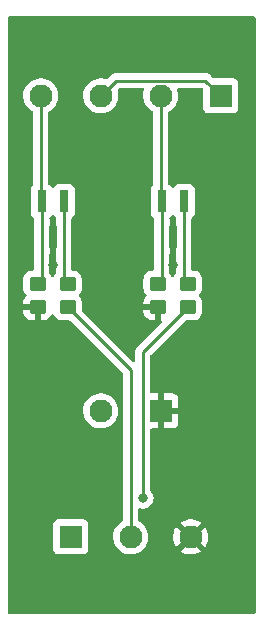
<source format=gtl>
%TF.GenerationSoftware,KiCad,Pcbnew,(6.0.1)*%
%TF.CreationDate,2022-03-17T17:24:26+01:00*%
%TF.ProjectId,Module,4d6f6475-6c65-42e6-9b69-6361645f7063,v01*%
%TF.SameCoordinates,Original*%
%TF.FileFunction,Copper,L1,Top*%
%TF.FilePolarity,Positive*%
%FSLAX46Y46*%
G04 Gerber Fmt 4.6, Leading zero omitted, Abs format (unit mm)*
G04 Created by KiCad (PCBNEW (6.0.1)) date 2022-03-17 17:24:26*
%MOMM*%
%LPD*%
G01*
G04 APERTURE LIST*
G04 Aperture macros list*
%AMRoundRect*
0 Rectangle with rounded corners*
0 $1 Rounding radius*
0 $2 $3 $4 $5 $6 $7 $8 $9 X,Y pos of 4 corners*
0 Add a 4 corners polygon primitive as box body*
4,1,4,$2,$3,$4,$5,$6,$7,$8,$9,$2,$3,0*
0 Add four circle primitives for the rounded corners*
1,1,$1+$1,$2,$3*
1,1,$1+$1,$4,$5*
1,1,$1+$1,$6,$7*
1,1,$1+$1,$8,$9*
0 Add four rect primitives between the rounded corners*
20,1,$1+$1,$2,$3,$4,$5,0*
20,1,$1+$1,$4,$5,$6,$7,0*
20,1,$1+$1,$6,$7,$8,$9,0*
20,1,$1+$1,$8,$9,$2,$3,0*%
G04 Aperture macros list end*
%TA.AperFunction,ComponentPad*%
%ADD10R,1.950000X1.950000*%
%TD*%
%TA.AperFunction,ComponentPad*%
%ADD11C,1.950000*%
%TD*%
%TA.AperFunction,SMDPad,CuDef*%
%ADD12R,0.800000X1.900000*%
%TD*%
%TA.AperFunction,SMDPad,CuDef*%
%ADD13RoundRect,0.249999X-0.450001X0.350001X-0.450001X-0.350001X0.450001X-0.350001X0.450001X0.350001X0*%
%TD*%
%TA.AperFunction,SMDPad,CuDef*%
%ADD14RoundRect,0.249999X0.450001X-0.350001X0.450001X0.350001X-0.450001X0.350001X-0.450001X-0.350001X0*%
%TD*%
%TA.AperFunction,ViaPad*%
%ADD15C,0.800000*%
%TD*%
%TA.AperFunction,Conductor*%
%ADD16C,0.250000*%
%TD*%
G04 APERTURE END LIST*
D10*
%TO.P,J1,1,Pin_1*%
%TO.N,SIG1*%
X142494000Y-94742000D03*
D11*
%TO.P,J1,2,Pin_2*%
%TO.N,SIG2*%
X147574000Y-94742000D03*
%TO.P,J1,3,Pin_3*%
%TO.N,GND*%
X152654000Y-94742000D03*
%TD*%
D10*
%TO.P,J2,1,Pin_1*%
%TO.N,VCC*%
X155194000Y-57404000D03*
D11*
%TO.P,J2,2,Pin_2*%
%TO.N,LED1N*%
X150114000Y-57404000D03*
%TO.P,J2,3,Pin_3*%
%TO.N,VCC*%
X145034000Y-57404000D03*
%TO.P,J2,4,Pin_4*%
%TO.N,LED2N*%
X139954000Y-57404000D03*
%TD*%
D12*
%TO.P,Q1,1,B*%
%TO.N,Net-(Q1-Pad1)*%
X152080000Y-66318000D03*
%TO.P,Q1,2,C*%
%TO.N,LED1N*%
X150180000Y-66318000D03*
%TO.P,Q1,3,E*%
%TO.N,GND*%
X151130000Y-69318000D03*
%TD*%
%TO.P,Q2,1,B*%
%TO.N,Net-(Q2-Pad1)*%
X141920000Y-66318000D03*
%TO.P,Q2,2,C*%
%TO.N,LED2N*%
X140020000Y-66318000D03*
%TO.P,Q2,3,E*%
%TO.N,GND*%
X140970000Y-69318000D03*
%TD*%
D10*
%TO.P,J3,1,Pin_1*%
%TO.N,GND*%
X150114000Y-84074000D03*
D11*
%TO.P,J3,2,Pin_2*%
%TO.N,VCC*%
X145034000Y-84074000D03*
%TD*%
D13*
%TO.P,R2,1*%
%TO.N,Net-(Q2-Pad1)*%
X142220000Y-73295000D03*
%TO.P,R2,2*%
%TO.N,SIG2*%
X142220000Y-75295000D03*
%TD*%
%TO.P,R1,1*%
%TO.N,Net-(Q1-Pad1)*%
X152400000Y-73295000D03*
%TO.P,R1,2*%
%TO.N,SIG1*%
X152400000Y-75295000D03*
%TD*%
%TO.P,R3,1*%
%TO.N,LED1N*%
X149860000Y-73295000D03*
%TO.P,R3,2*%
%TO.N,GND*%
X149860000Y-75295000D03*
%TD*%
D14*
%TO.P,R4,1*%
%TO.N,GND*%
X139680000Y-75295000D03*
%TO.P,R4,2*%
%TO.N,LED2N*%
X139680000Y-73295000D03*
%TD*%
D15*
%TO.N,SIG1*%
X148590000Y-91440000D03*
%TO.N,GND*%
X151130000Y-71755000D03*
X140970000Y-71755000D03*
%TD*%
D16*
%TO.N,Net-(Q1-Pad1)*%
X152080000Y-72975000D02*
X152080000Y-66318000D01*
X152400000Y-73295000D02*
X152080000Y-72975000D01*
%TO.N,Net-(Q2-Pad1)*%
X142220000Y-73295000D02*
X141920000Y-72995000D01*
X141920000Y-72995000D02*
X141920000Y-66318000D01*
X142220000Y-73295000D02*
X142605000Y-73295000D01*
%TO.N,SIG1*%
X152400000Y-75295000D02*
X148590000Y-79105000D01*
X148590000Y-79105000D02*
X148590000Y-91440000D01*
%TO.N,SIG2*%
X147574000Y-80649000D02*
X142220000Y-75295000D01*
X147574000Y-94742000D02*
X147574000Y-80649000D01*
%TO.N,GND*%
X151130000Y-69318000D02*
X151130000Y-71755000D01*
X140970000Y-69318000D02*
X140970000Y-71755000D01*
%TO.N,VCC*%
X155194000Y-57404000D02*
X153894489Y-56104489D01*
X153894489Y-56104489D02*
X146333511Y-56104489D01*
X146333511Y-56104489D02*
X145034000Y-57404000D01*
%TO.N,LED1N*%
X150180000Y-72975000D02*
X150180000Y-66318000D01*
X149860000Y-73295000D02*
X150180000Y-72975000D01*
X150114000Y-66252000D02*
X150180000Y-66318000D01*
X150114000Y-57404000D02*
X150114000Y-66252000D01*
%TO.N,LED2N*%
X140020000Y-72955000D02*
X140020000Y-66318000D01*
X139954000Y-66252000D02*
X140020000Y-66318000D01*
X139680000Y-73295000D02*
X140020000Y-72955000D01*
X139954000Y-57404000D02*
X139954000Y-66252000D01*
%TD*%
%TA.AperFunction,Conductor*%
%TO.N,GND*%
G36*
X158086121Y-50693002D02*
G01*
X158132614Y-50746658D01*
X158144000Y-50799000D01*
X158144000Y-101102000D01*
X158123998Y-101170121D01*
X158070342Y-101216614D01*
X158018000Y-101228000D01*
X137286000Y-101228000D01*
X137217879Y-101207998D01*
X137171386Y-101154342D01*
X137160000Y-101102000D01*
X137160000Y-95765134D01*
X141010500Y-95765134D01*
X141017255Y-95827316D01*
X141068385Y-95963705D01*
X141155739Y-96080261D01*
X141272295Y-96167615D01*
X141408684Y-96218745D01*
X141470866Y-96225500D01*
X143517134Y-96225500D01*
X143579316Y-96218745D01*
X143715705Y-96167615D01*
X143832261Y-96080261D01*
X143919615Y-95963705D01*
X143970745Y-95827316D01*
X143977500Y-95765134D01*
X143977500Y-93718866D01*
X143970745Y-93656684D01*
X143919615Y-93520295D01*
X143832261Y-93403739D01*
X143715705Y-93316385D01*
X143579316Y-93265255D01*
X143517134Y-93258500D01*
X141470866Y-93258500D01*
X141408684Y-93265255D01*
X141272295Y-93316385D01*
X141155739Y-93403739D01*
X141068385Y-93520295D01*
X141017255Y-93656684D01*
X141010500Y-93718866D01*
X141010500Y-95765134D01*
X137160000Y-95765134D01*
X137160000Y-84037631D01*
X143545860Y-84037631D01*
X143546157Y-84042783D01*
X143546157Y-84042787D01*
X143557558Y-84240499D01*
X143559903Y-84281171D01*
X143561040Y-84286217D01*
X143561041Y-84286223D01*
X143584107Y-84388575D01*
X143613533Y-84519147D01*
X143615475Y-84523929D01*
X143615476Y-84523933D01*
X143703367Y-84740382D01*
X143705311Y-84745169D01*
X143832772Y-84953166D01*
X143992492Y-85137553D01*
X144180183Y-85293377D01*
X144390804Y-85416453D01*
X144618698Y-85503478D01*
X144623764Y-85504509D01*
X144623765Y-85504509D01*
X144852667Y-85551080D01*
X144852671Y-85551080D01*
X144857746Y-85552113D01*
X144862922Y-85552303D01*
X144862924Y-85552303D01*
X145096363Y-85560863D01*
X145096367Y-85560863D01*
X145101527Y-85561052D01*
X145106647Y-85560396D01*
X145106649Y-85560396D01*
X145183377Y-85550567D01*
X145343494Y-85530055D01*
X145348443Y-85528570D01*
X145348449Y-85528569D01*
X145572200Y-85461440D01*
X145572199Y-85461440D01*
X145577150Y-85459955D01*
X145796219Y-85352634D01*
X145800424Y-85349634D01*
X145800430Y-85349631D01*
X145990614Y-85213974D01*
X145990616Y-85213972D01*
X145994818Y-85210975D01*
X146167614Y-85038781D01*
X146309966Y-84840677D01*
X146418050Y-84621984D01*
X146450827Y-84514105D01*
X146487462Y-84393527D01*
X146487463Y-84393521D01*
X146488966Y-84388575D01*
X146520807Y-84146717D01*
X146522584Y-84074000D01*
X146502596Y-83830876D01*
X146443167Y-83594280D01*
X146345894Y-83370568D01*
X146213390Y-83165748D01*
X146049212Y-82985319D01*
X146045161Y-82982120D01*
X146045157Y-82982116D01*
X145861825Y-82837329D01*
X145861821Y-82837327D01*
X145857770Y-82834127D01*
X145644205Y-82716233D01*
X145639336Y-82714509D01*
X145639332Y-82714507D01*
X145419127Y-82636528D01*
X145419123Y-82636527D01*
X145414252Y-82634802D01*
X145409159Y-82633895D01*
X145409156Y-82633894D01*
X145179177Y-82592928D01*
X145179171Y-82592927D01*
X145174088Y-82592022D01*
X145090433Y-82591000D01*
X144935332Y-82589105D01*
X144935330Y-82589105D01*
X144930162Y-82589042D01*
X144689024Y-82625941D01*
X144457150Y-82701729D01*
X144240769Y-82814370D01*
X144236636Y-82817473D01*
X144236633Y-82817475D01*
X144049825Y-82957735D01*
X144045690Y-82960840D01*
X143877153Y-83137204D01*
X143874239Y-83141476D01*
X143874238Y-83141477D01*
X143854719Y-83170091D01*
X143739684Y-83338726D01*
X143636974Y-83559995D01*
X143571783Y-83795067D01*
X143545860Y-84037631D01*
X137160000Y-84037631D01*
X137160000Y-75692098D01*
X138472000Y-75692098D01*
X138472337Y-75698613D01*
X138482256Y-75794205D01*
X138485150Y-75807604D01*
X138536588Y-75961785D01*
X138542762Y-75974964D01*
X138628063Y-76112810D01*
X138637099Y-76124209D01*
X138751828Y-76238738D01*
X138763239Y-76247750D01*
X138901242Y-76332816D01*
X138914423Y-76338963D01*
X139068709Y-76390138D01*
X139082085Y-76393005D01*
X139176437Y-76402672D01*
X139182853Y-76403000D01*
X139407885Y-76403000D01*
X139423124Y-76398525D01*
X139424329Y-76397135D01*
X139426000Y-76389452D01*
X139426000Y-75567115D01*
X139421525Y-75551876D01*
X139420135Y-75550671D01*
X139412452Y-75549000D01*
X138490115Y-75549000D01*
X138474876Y-75553475D01*
X138473671Y-75554865D01*
X138472000Y-75562548D01*
X138472000Y-75692098D01*
X137160000Y-75692098D01*
X137160000Y-57367631D01*
X138465860Y-57367631D01*
X138466157Y-57372783D01*
X138466157Y-57372787D01*
X138477558Y-57570499D01*
X138479903Y-57611171D01*
X138481040Y-57616217D01*
X138481041Y-57616223D01*
X138504107Y-57718575D01*
X138533533Y-57849147D01*
X138535475Y-57853929D01*
X138535476Y-57853933D01*
X138623367Y-58070382D01*
X138625311Y-58075169D01*
X138752772Y-58283166D01*
X138912492Y-58467553D01*
X139100183Y-58623377D01*
X139196451Y-58679631D01*
X139258070Y-58715638D01*
X139306794Y-58767276D01*
X139320500Y-58824426D01*
X139320500Y-64893926D01*
X139300498Y-64962047D01*
X139270066Y-64994751D01*
X139256739Y-65004739D01*
X139169385Y-65121295D01*
X139118255Y-65257684D01*
X139111500Y-65319866D01*
X139111500Y-67316134D01*
X139118255Y-67378316D01*
X139169385Y-67514705D01*
X139256739Y-67631261D01*
X139263919Y-67636642D01*
X139263920Y-67636643D01*
X139336065Y-67690713D01*
X139378580Y-67747573D01*
X139386500Y-67791539D01*
X139386500Y-72060501D01*
X139366498Y-72128622D01*
X139312842Y-72175115D01*
X139260500Y-72186501D01*
X139179600Y-72186501D01*
X139073833Y-72197474D01*
X139067286Y-72199658D01*
X139067287Y-72199658D01*
X138912998Y-72251133D01*
X138912996Y-72251134D01*
X138906054Y-72253450D01*
X138755651Y-72346521D01*
X138630694Y-72471697D01*
X138537885Y-72622261D01*
X138482203Y-72790138D01*
X138471500Y-72894599D01*
X138471501Y-73695400D01*
X138482474Y-73801167D01*
X138484658Y-73807713D01*
X138535730Y-73960792D01*
X138538450Y-73968946D01*
X138631521Y-74119349D01*
X138636703Y-74124522D01*
X138718462Y-74206138D01*
X138752542Y-74268420D01*
X138747539Y-74339240D01*
X138718618Y-74384329D01*
X138636258Y-74466832D01*
X138627250Y-74478239D01*
X138542184Y-74616242D01*
X138536037Y-74629423D01*
X138484862Y-74783709D01*
X138481995Y-74797085D01*
X138472328Y-74891437D01*
X138472000Y-74897854D01*
X138472000Y-75022885D01*
X138476475Y-75038124D01*
X138477865Y-75039329D01*
X138485548Y-75041000D01*
X139808000Y-75041000D01*
X139876121Y-75061002D01*
X139922614Y-75114658D01*
X139934000Y-75167000D01*
X139934000Y-76384885D01*
X139938475Y-76400124D01*
X139939865Y-76401329D01*
X139947548Y-76403000D01*
X140177098Y-76403000D01*
X140183613Y-76402663D01*
X140279205Y-76392744D01*
X140292604Y-76389850D01*
X140446785Y-76338412D01*
X140459964Y-76332238D01*
X140597810Y-76246937D01*
X140609209Y-76237901D01*
X140723738Y-76123172D01*
X140732750Y-76111761D01*
X140817816Y-75973758D01*
X140823965Y-75960573D01*
X140830199Y-75941777D01*
X140870629Y-75883416D01*
X140936193Y-75856179D01*
X141006074Y-75868712D01*
X141058087Y-75917036D01*
X141069315Y-75941566D01*
X141075730Y-75960792D01*
X141078450Y-75968946D01*
X141171521Y-76119349D01*
X141296697Y-76244306D01*
X141302927Y-76248146D01*
X141440287Y-76332816D01*
X141447261Y-76337115D01*
X141527004Y-76363564D01*
X141608610Y-76390632D01*
X141608612Y-76390632D01*
X141615138Y-76392797D01*
X141621974Y-76393497D01*
X141621977Y-76393498D01*
X141665030Y-76397909D01*
X141719599Y-76403500D01*
X141760996Y-76403500D01*
X142380405Y-76403499D01*
X142448526Y-76423501D01*
X142469500Y-76440404D01*
X146903595Y-80874499D01*
X146937621Y-80936811D01*
X146940500Y-80963594D01*
X146940500Y-93322761D01*
X146920498Y-93390882D01*
X146872680Y-93434524D01*
X146780769Y-93482370D01*
X146776636Y-93485473D01*
X146776633Y-93485475D01*
X146702050Y-93541474D01*
X146585690Y-93628840D01*
X146417153Y-93805204D01*
X146414239Y-93809476D01*
X146414238Y-93809477D01*
X146394719Y-93838091D01*
X146279684Y-94006726D01*
X146176974Y-94227995D01*
X146111783Y-94463067D01*
X146085860Y-94705631D01*
X146086157Y-94710783D01*
X146086157Y-94710787D01*
X146097558Y-94908499D01*
X146099903Y-94949171D01*
X146101040Y-94954217D01*
X146101041Y-94954223D01*
X146124107Y-95056575D01*
X146153533Y-95187147D01*
X146155475Y-95191929D01*
X146155476Y-95191933D01*
X146243275Y-95408156D01*
X146245311Y-95413169D01*
X146372772Y-95621166D01*
X146532492Y-95805553D01*
X146720183Y-95961377D01*
X146930804Y-96084453D01*
X147158698Y-96171478D01*
X147163764Y-96172509D01*
X147163765Y-96172509D01*
X147392667Y-96219080D01*
X147392671Y-96219080D01*
X147397746Y-96220113D01*
X147402922Y-96220303D01*
X147402924Y-96220303D01*
X147636363Y-96228863D01*
X147636367Y-96228863D01*
X147641527Y-96229052D01*
X147646647Y-96228396D01*
X147646649Y-96228396D01*
X147743639Y-96215971D01*
X147883494Y-96198055D01*
X147888443Y-96196570D01*
X147888449Y-96196569D01*
X148112200Y-96129440D01*
X148112199Y-96129440D01*
X148117150Y-96127955D01*
X148336219Y-96020634D01*
X148340424Y-96017634D01*
X148340430Y-96017631D01*
X148423155Y-95958624D01*
X151802621Y-95958624D01*
X151806988Y-95964774D01*
X152006563Y-96081397D01*
X152015846Y-96085844D01*
X152234007Y-96169152D01*
X152243905Y-96172028D01*
X152472744Y-96218585D01*
X152482972Y-96219804D01*
X152716340Y-96228362D01*
X152726626Y-96227895D01*
X152958262Y-96198222D01*
X152968340Y-96196080D01*
X153192014Y-96128974D01*
X153201612Y-96125212D01*
X153411324Y-96022476D01*
X153420169Y-96017203D01*
X153492869Y-95965347D01*
X153501270Y-95954646D01*
X153494283Y-95941493D01*
X152666812Y-95114022D01*
X152652868Y-95106408D01*
X152651035Y-95106539D01*
X152644420Y-95110790D01*
X151809881Y-95945329D01*
X151802621Y-95958624D01*
X148423155Y-95958624D01*
X148530614Y-95881974D01*
X148530616Y-95881972D01*
X148534818Y-95878975D01*
X148707614Y-95706781D01*
X148849966Y-95508677D01*
X148852387Y-95503780D01*
X148955756Y-95294626D01*
X148955757Y-95294624D01*
X148958050Y-95289984D01*
X149013786Y-95106539D01*
X149027462Y-95061527D01*
X149027463Y-95061521D01*
X149028966Y-95056575D01*
X149060807Y-94814717D01*
X149062584Y-94742000D01*
X149060019Y-94710799D01*
X151166658Y-94710799D01*
X151180102Y-94943942D01*
X151181535Y-94954144D01*
X151232873Y-95181949D01*
X151235956Y-95191789D01*
X151323814Y-95408156D01*
X151328457Y-95417347D01*
X151429555Y-95582325D01*
X151440011Y-95591785D01*
X151448789Y-95588001D01*
X152281978Y-94754812D01*
X152288356Y-94743132D01*
X153018408Y-94743132D01*
X153018539Y-94744965D01*
X153022790Y-94751580D01*
X153854045Y-95582835D01*
X153866055Y-95589394D01*
X153877794Y-95580426D01*
X153926518Y-95512619D01*
X153931829Y-95503780D01*
X154035291Y-95294442D01*
X154039089Y-95284849D01*
X154106974Y-95061413D01*
X154109151Y-95051343D01*
X154139869Y-94818015D01*
X154140388Y-94811340D01*
X154142001Y-94745364D01*
X154141807Y-94738647D01*
X154122525Y-94504108D01*
X154120842Y-94493946D01*
X154063952Y-94267453D01*
X154060634Y-94257706D01*
X153967513Y-94043542D01*
X153962646Y-94034467D01*
X153877465Y-93902796D01*
X153866779Y-93893593D01*
X153857214Y-93897996D01*
X153026022Y-94729188D01*
X153018408Y-94743132D01*
X152288356Y-94743132D01*
X152289592Y-94740868D01*
X152289461Y-94739035D01*
X152285210Y-94732420D01*
X151453892Y-93901102D01*
X151442356Y-93894802D01*
X151430073Y-93904426D01*
X151363036Y-94002698D01*
X151357943Y-94011662D01*
X151259619Y-94223483D01*
X151256062Y-94233151D01*
X151193657Y-94458178D01*
X151191726Y-94468298D01*
X151166910Y-94700510D01*
X151166658Y-94710799D01*
X149060019Y-94710799D01*
X149042596Y-94498876D01*
X148983167Y-94262280D01*
X148885894Y-94038568D01*
X148792888Y-93894802D01*
X148756200Y-93838091D01*
X148756198Y-93838088D01*
X148753390Y-93833748D01*
X148648856Y-93718866D01*
X148592690Y-93657141D01*
X148592688Y-93657140D01*
X148589212Y-93653319D01*
X148585161Y-93650120D01*
X148585157Y-93650116D01*
X148431977Y-93529142D01*
X151805938Y-93529142D01*
X151812684Y-93541474D01*
X152641188Y-94369978D01*
X152655132Y-94377592D01*
X152656965Y-94377461D01*
X152663580Y-94373210D01*
X153496391Y-93540399D01*
X153503412Y-93527543D01*
X153495639Y-93516875D01*
X153481548Y-93505746D01*
X153472970Y-93500047D01*
X153268526Y-93387189D01*
X153259126Y-93382964D01*
X153038993Y-93305011D01*
X153029036Y-93302381D01*
X152799129Y-93261427D01*
X152788878Y-93260458D01*
X152555367Y-93257605D01*
X152545083Y-93258325D01*
X152314253Y-93293647D01*
X152304225Y-93296036D01*
X152082263Y-93368584D01*
X152072753Y-93372581D01*
X151865624Y-93480405D01*
X151856904Y-93485897D01*
X151814391Y-93517817D01*
X151805938Y-93529142D01*
X148431977Y-93529142D01*
X148401825Y-93505329D01*
X148401821Y-93505327D01*
X148397770Y-93502127D01*
X148358421Y-93480405D01*
X148340407Y-93470461D01*
X148272606Y-93433033D01*
X148222636Y-93382601D01*
X148207500Y-93322725D01*
X148207500Y-92443091D01*
X148227502Y-92374970D01*
X148281158Y-92328477D01*
X148351432Y-92318373D01*
X148359697Y-92319844D01*
X148488056Y-92347128D01*
X148488061Y-92347128D01*
X148494513Y-92348500D01*
X148685487Y-92348500D01*
X148691939Y-92347128D01*
X148691944Y-92347128D01*
X148779687Y-92328477D01*
X148872288Y-92308794D01*
X148972500Y-92264177D01*
X149040722Y-92233803D01*
X149040724Y-92233802D01*
X149046752Y-92231118D01*
X149201253Y-92118866D01*
X149329040Y-91976944D01*
X149424527Y-91811556D01*
X149483542Y-91629928D01*
X149503504Y-91440000D01*
X149483542Y-91250072D01*
X149424527Y-91068444D01*
X149329040Y-90903056D01*
X149255863Y-90821785D01*
X149225147Y-90757779D01*
X149223500Y-90737476D01*
X149223500Y-85683000D01*
X149243502Y-85614879D01*
X149297158Y-85568386D01*
X149349500Y-85557000D01*
X149841885Y-85557000D01*
X149857124Y-85552525D01*
X149858329Y-85551135D01*
X149860000Y-85543452D01*
X149860000Y-85538884D01*
X150368000Y-85538884D01*
X150372475Y-85554123D01*
X150373865Y-85555328D01*
X150381548Y-85556999D01*
X151133669Y-85556999D01*
X151140490Y-85556629D01*
X151191352Y-85551105D01*
X151206604Y-85547479D01*
X151327054Y-85502324D01*
X151342649Y-85493786D01*
X151444724Y-85417285D01*
X151457285Y-85404724D01*
X151533786Y-85302649D01*
X151542324Y-85287054D01*
X151587478Y-85166606D01*
X151591105Y-85151351D01*
X151596631Y-85100486D01*
X151597000Y-85093672D01*
X151597000Y-84346115D01*
X151592525Y-84330876D01*
X151591135Y-84329671D01*
X151583452Y-84328000D01*
X150386115Y-84328000D01*
X150370876Y-84332475D01*
X150369671Y-84333865D01*
X150368000Y-84341548D01*
X150368000Y-85538884D01*
X149860000Y-85538884D01*
X149860000Y-83801885D01*
X150368000Y-83801885D01*
X150372475Y-83817124D01*
X150373865Y-83818329D01*
X150381548Y-83820000D01*
X151578884Y-83820000D01*
X151594123Y-83815525D01*
X151595328Y-83814135D01*
X151596999Y-83806452D01*
X151596999Y-83054331D01*
X151596629Y-83047510D01*
X151591105Y-82996648D01*
X151587479Y-82981396D01*
X151542324Y-82860946D01*
X151533786Y-82845351D01*
X151457285Y-82743276D01*
X151444724Y-82730715D01*
X151342649Y-82654214D01*
X151327054Y-82645676D01*
X151206606Y-82600522D01*
X151191351Y-82596895D01*
X151140486Y-82591369D01*
X151133672Y-82591000D01*
X150386115Y-82591000D01*
X150370876Y-82595475D01*
X150369671Y-82596865D01*
X150368000Y-82604548D01*
X150368000Y-83801885D01*
X149860000Y-83801885D01*
X149860000Y-82609116D01*
X149855525Y-82593877D01*
X149854135Y-82592672D01*
X149846452Y-82591001D01*
X149349500Y-82591001D01*
X149281379Y-82570999D01*
X149234886Y-82517343D01*
X149223500Y-82465001D01*
X149223500Y-79419594D01*
X149243502Y-79351473D01*
X149260405Y-79330499D01*
X152150499Y-76440405D01*
X152212811Y-76406379D01*
X152239594Y-76403500D01*
X152858397Y-76403499D01*
X152900400Y-76403499D01*
X153006167Y-76392526D01*
X153165347Y-76339419D01*
X153167002Y-76338867D01*
X153167004Y-76338866D01*
X153173946Y-76336550D01*
X153324349Y-76243479D01*
X153449306Y-76118303D01*
X153537535Y-75975169D01*
X153538275Y-75973969D01*
X153538276Y-75973967D01*
X153542115Y-75967739D01*
X153597797Y-75799862D01*
X153608500Y-75695401D01*
X153608499Y-74894600D01*
X153597526Y-74788833D01*
X153570085Y-74706583D01*
X153543867Y-74627998D01*
X153543866Y-74627996D01*
X153541550Y-74621054D01*
X153448479Y-74470651D01*
X153361890Y-74384214D01*
X153327812Y-74321934D01*
X153332815Y-74251114D01*
X153361733Y-74206029D01*
X153449306Y-74118303D01*
X153542115Y-73967739D01*
X153597797Y-73799862D01*
X153608500Y-73695401D01*
X153608499Y-72894600D01*
X153597526Y-72788833D01*
X153574726Y-72720494D01*
X153543867Y-72627998D01*
X153543866Y-72627996D01*
X153541550Y-72621054D01*
X153448479Y-72470651D01*
X153323303Y-72345694D01*
X153172739Y-72252885D01*
X153012264Y-72199658D01*
X153011390Y-72199368D01*
X153011388Y-72199368D01*
X153004862Y-72197203D01*
X152998026Y-72196503D01*
X152998023Y-72196502D01*
X152954970Y-72192091D01*
X152900401Y-72186500D01*
X152839500Y-72186500D01*
X152771379Y-72166498D01*
X152724886Y-72112842D01*
X152713500Y-72060500D01*
X152713500Y-67791539D01*
X152733502Y-67723418D01*
X152763935Y-67690713D01*
X152836080Y-67636643D01*
X152836081Y-67636642D01*
X152843261Y-67631261D01*
X152930615Y-67514705D01*
X152981745Y-67378316D01*
X152988500Y-67316134D01*
X152988500Y-65319866D01*
X152981745Y-65257684D01*
X152930615Y-65121295D01*
X152843261Y-65004739D01*
X152726705Y-64917385D01*
X152590316Y-64866255D01*
X152528134Y-64859500D01*
X151631866Y-64859500D01*
X151569684Y-64866255D01*
X151433295Y-64917385D01*
X151316739Y-65004739D01*
X151311358Y-65011919D01*
X151311357Y-65011920D01*
X151230826Y-65119372D01*
X151173967Y-65161887D01*
X151103148Y-65166913D01*
X151040855Y-65132853D01*
X151029174Y-65119372D01*
X150948643Y-65011920D01*
X150948642Y-65011919D01*
X150943261Y-65004739D01*
X150826705Y-64917385D01*
X150818301Y-64914235D01*
X150812989Y-64911326D01*
X150762844Y-64861067D01*
X150747500Y-64800807D01*
X150747500Y-58824273D01*
X150767502Y-58756152D01*
X150818066Y-58711123D01*
X150876219Y-58682634D01*
X150880424Y-58679634D01*
X150880430Y-58679631D01*
X151070614Y-58543974D01*
X151070616Y-58543972D01*
X151074818Y-58540975D01*
X151247614Y-58368781D01*
X151389966Y-58170677D01*
X151498050Y-57951984D01*
X151530827Y-57844105D01*
X151567462Y-57723527D01*
X151567463Y-57723521D01*
X151568966Y-57718575D01*
X151600807Y-57476717D01*
X151602584Y-57404000D01*
X151582596Y-57160876D01*
X151523167Y-56924280D01*
X151518797Y-56914229D01*
X151509977Y-56843785D01*
X151540644Y-56779753D01*
X151601060Y-56742465D01*
X151634347Y-56737989D01*
X153579895Y-56737989D01*
X153648016Y-56757991D01*
X153668990Y-56774894D01*
X153673595Y-56779499D01*
X153707621Y-56841811D01*
X153710500Y-56868594D01*
X153710500Y-58427134D01*
X153717255Y-58489316D01*
X153768385Y-58625705D01*
X153855739Y-58742261D01*
X153972295Y-58829615D01*
X154108684Y-58880745D01*
X154170866Y-58887500D01*
X156217134Y-58887500D01*
X156279316Y-58880745D01*
X156415705Y-58829615D01*
X156532261Y-58742261D01*
X156619615Y-58625705D01*
X156670745Y-58489316D01*
X156677500Y-58427134D01*
X156677500Y-56380866D01*
X156670745Y-56318684D01*
X156619615Y-56182295D01*
X156532261Y-56065739D01*
X156415705Y-55978385D01*
X156279316Y-55927255D01*
X156217134Y-55920500D01*
X154658595Y-55920500D01*
X154590474Y-55900498D01*
X154569500Y-55883595D01*
X154398141Y-55712236D01*
X154390601Y-55703950D01*
X154386489Y-55697471D01*
X154336837Y-55650845D01*
X154333996Y-55648091D01*
X154314259Y-55628354D01*
X154311062Y-55625874D01*
X154302040Y-55618169D01*
X154288611Y-55605558D01*
X154269810Y-55587903D01*
X154262864Y-55584084D01*
X154262861Y-55584082D01*
X154252055Y-55578141D01*
X154235536Y-55567290D01*
X154235072Y-55566930D01*
X154219530Y-55554875D01*
X154212261Y-55551730D01*
X154212257Y-55551727D01*
X154178952Y-55537315D01*
X154168302Y-55532098D01*
X154129549Y-55510794D01*
X154109926Y-55505756D01*
X154091223Y-55499352D01*
X154079909Y-55494456D01*
X154079908Y-55494456D01*
X154072634Y-55491308D01*
X154064811Y-55490069D01*
X154064801Y-55490066D01*
X154028965Y-55484390D01*
X154017345Y-55481984D01*
X153982200Y-55472961D01*
X153982199Y-55472961D01*
X153974519Y-55470989D01*
X153954265Y-55470989D01*
X153934554Y-55469438D01*
X153922375Y-55467509D01*
X153914546Y-55466269D01*
X153885275Y-55469036D01*
X153870528Y-55470430D01*
X153858670Y-55470989D01*
X146412278Y-55470989D01*
X146401095Y-55470462D01*
X146393602Y-55468787D01*
X146385676Y-55469036D01*
X146385675Y-55469036D01*
X146325525Y-55470927D01*
X146321566Y-55470989D01*
X146293655Y-55470989D01*
X146289721Y-55471486D01*
X146289720Y-55471486D01*
X146289655Y-55471494D01*
X146277818Y-55472427D01*
X146245560Y-55473441D01*
X146241541Y-55473567D01*
X146233622Y-55473816D01*
X146214168Y-55479468D01*
X146194811Y-55483476D01*
X146182581Y-55485021D01*
X146182580Y-55485021D01*
X146174714Y-55486015D01*
X146167343Y-55488934D01*
X146167341Y-55488934D01*
X146133599Y-55502293D01*
X146122369Y-55506138D01*
X146087528Y-55516260D01*
X146087527Y-55516260D01*
X146079918Y-55518471D01*
X146073099Y-55522504D01*
X146073094Y-55522506D01*
X146062483Y-55528782D01*
X146044735Y-55537477D01*
X146025894Y-55544937D01*
X146019478Y-55549599D01*
X146019477Y-55549599D01*
X145990124Y-55570925D01*
X145980204Y-55577441D01*
X145948976Y-55595909D01*
X145948973Y-55595911D01*
X145942149Y-55599947D01*
X145927828Y-55614268D01*
X145912795Y-55627108D01*
X145896404Y-55639017D01*
X145887728Y-55649505D01*
X145868213Y-55673094D01*
X145860223Y-55681873D01*
X145590872Y-55951224D01*
X145528560Y-55985250D01*
X145459717Y-55980902D01*
X145419127Y-55966528D01*
X145419123Y-55966527D01*
X145414252Y-55964802D01*
X145409159Y-55963895D01*
X145409156Y-55963894D01*
X145179177Y-55922928D01*
X145179171Y-55922927D01*
X145174088Y-55922022D01*
X145094380Y-55921048D01*
X144935332Y-55919105D01*
X144935330Y-55919105D01*
X144930162Y-55919042D01*
X144689024Y-55955941D01*
X144457150Y-56031729D01*
X144240769Y-56144370D01*
X144236636Y-56147473D01*
X144236633Y-56147475D01*
X144179059Y-56190703D01*
X144045690Y-56290840D01*
X143877153Y-56467204D01*
X143874239Y-56471476D01*
X143874238Y-56471477D01*
X143854719Y-56500091D01*
X143739684Y-56668726D01*
X143722705Y-56705305D01*
X143640722Y-56881921D01*
X143636974Y-56889995D01*
X143571783Y-57125067D01*
X143545860Y-57367631D01*
X143546157Y-57372783D01*
X143546157Y-57372787D01*
X143557558Y-57570499D01*
X143559903Y-57611171D01*
X143561040Y-57616217D01*
X143561041Y-57616223D01*
X143584107Y-57718575D01*
X143613533Y-57849147D01*
X143615475Y-57853929D01*
X143615476Y-57853933D01*
X143703367Y-58070382D01*
X143705311Y-58075169D01*
X143832772Y-58283166D01*
X143992492Y-58467553D01*
X144180183Y-58623377D01*
X144390804Y-58746453D01*
X144395629Y-58748295D01*
X144395630Y-58748296D01*
X144498763Y-58787679D01*
X144618698Y-58833478D01*
X144623764Y-58834509D01*
X144623765Y-58834509D01*
X144852667Y-58881080D01*
X144852671Y-58881080D01*
X144857746Y-58882113D01*
X144862922Y-58882303D01*
X144862924Y-58882303D01*
X145096363Y-58890863D01*
X145096367Y-58890863D01*
X145101527Y-58891052D01*
X145106647Y-58890396D01*
X145106649Y-58890396D01*
X145203639Y-58877971D01*
X145343494Y-58860055D01*
X145348443Y-58858570D01*
X145348449Y-58858569D01*
X145572200Y-58791440D01*
X145572199Y-58791440D01*
X145577150Y-58789955D01*
X145796219Y-58682634D01*
X145800424Y-58679634D01*
X145800430Y-58679631D01*
X145990614Y-58543974D01*
X145990616Y-58543972D01*
X145994818Y-58540975D01*
X146167614Y-58368781D01*
X146309966Y-58170677D01*
X146418050Y-57951984D01*
X146450827Y-57844105D01*
X146487462Y-57723527D01*
X146487463Y-57723521D01*
X146488966Y-57718575D01*
X146520807Y-57476717D01*
X146522584Y-57404000D01*
X146502596Y-57160876D01*
X146453835Y-56966751D01*
X146456639Y-56895811D01*
X146486944Y-56846961D01*
X146559011Y-56774894D01*
X146621323Y-56740868D01*
X146648106Y-56737989D01*
X148593431Y-56737989D01*
X148661552Y-56757991D01*
X148708045Y-56811647D01*
X148718149Y-56881921D01*
X148714848Y-56897661D01*
X148651783Y-57125067D01*
X148625860Y-57367631D01*
X148626157Y-57372783D01*
X148626157Y-57372787D01*
X148637558Y-57570499D01*
X148639903Y-57611171D01*
X148641040Y-57616217D01*
X148641041Y-57616223D01*
X148664107Y-57718575D01*
X148693533Y-57849147D01*
X148695475Y-57853929D01*
X148695476Y-57853933D01*
X148783367Y-58070382D01*
X148785311Y-58075169D01*
X148912772Y-58283166D01*
X149072492Y-58467553D01*
X149260183Y-58623377D01*
X149356451Y-58679631D01*
X149418070Y-58715638D01*
X149466794Y-58767276D01*
X149480500Y-58824426D01*
X149480500Y-64893926D01*
X149460498Y-64962047D01*
X149430066Y-64994751D01*
X149416739Y-65004739D01*
X149329385Y-65121295D01*
X149278255Y-65257684D01*
X149271500Y-65319866D01*
X149271500Y-67316134D01*
X149278255Y-67378316D01*
X149329385Y-67514705D01*
X149416739Y-67631261D01*
X149423919Y-67636642D01*
X149423920Y-67636643D01*
X149496065Y-67690713D01*
X149538580Y-67747573D01*
X149546500Y-67791539D01*
X149546500Y-72060501D01*
X149526498Y-72128622D01*
X149472842Y-72175115D01*
X149420500Y-72186501D01*
X149359600Y-72186501D01*
X149253833Y-72197474D01*
X149247286Y-72199658D01*
X149247287Y-72199658D01*
X149092998Y-72251133D01*
X149092996Y-72251134D01*
X149086054Y-72253450D01*
X148935651Y-72346521D01*
X148810694Y-72471697D01*
X148717885Y-72622261D01*
X148662203Y-72790138D01*
X148651500Y-72894599D01*
X148651501Y-73695400D01*
X148662474Y-73801167D01*
X148664658Y-73807713D01*
X148715730Y-73960792D01*
X148718450Y-73968946D01*
X148811521Y-74119349D01*
X148816703Y-74124522D01*
X148898462Y-74206138D01*
X148932542Y-74268420D01*
X148927539Y-74339240D01*
X148898618Y-74384329D01*
X148816258Y-74466832D01*
X148807250Y-74478239D01*
X148722184Y-74616242D01*
X148716037Y-74629423D01*
X148664862Y-74783709D01*
X148661995Y-74797085D01*
X148652328Y-74891437D01*
X148652000Y-74897854D01*
X148652000Y-75022885D01*
X148656475Y-75038124D01*
X148657865Y-75039329D01*
X148665548Y-75041000D01*
X149988000Y-75041000D01*
X150056121Y-75061002D01*
X150102614Y-75114658D01*
X150114000Y-75167000D01*
X150114000Y-76384885D01*
X150118475Y-76400124D01*
X150119867Y-76401330D01*
X150122637Y-76401933D01*
X150184949Y-76435958D01*
X150218974Y-76498271D01*
X150213908Y-76569087D01*
X150184948Y-76614148D01*
X148197747Y-78601348D01*
X148189461Y-78608888D01*
X148182982Y-78613000D01*
X148177557Y-78618777D01*
X148136357Y-78662651D01*
X148133602Y-78665493D01*
X148113865Y-78685230D01*
X148111385Y-78688427D01*
X148103682Y-78697447D01*
X148073414Y-78729679D01*
X148069595Y-78736625D01*
X148069593Y-78736628D01*
X148063652Y-78747434D01*
X148052801Y-78763953D01*
X148040386Y-78779959D01*
X148037241Y-78787228D01*
X148037238Y-78787232D01*
X148022826Y-78820537D01*
X148017609Y-78831187D01*
X147996305Y-78869940D01*
X147994334Y-78877615D01*
X147994334Y-78877616D01*
X147991267Y-78889562D01*
X147984863Y-78908266D01*
X147976819Y-78926855D01*
X147975580Y-78934678D01*
X147975577Y-78934688D01*
X147969901Y-78970524D01*
X147967495Y-78982144D01*
X147956500Y-79024970D01*
X147956500Y-79045224D01*
X147954949Y-79064934D01*
X147951780Y-79084943D01*
X147952526Y-79092835D01*
X147955941Y-79128961D01*
X147956500Y-79140819D01*
X147956500Y-79831405D01*
X147936498Y-79899526D01*
X147882842Y-79946019D01*
X147812568Y-79956123D01*
X147747988Y-79926629D01*
X147741405Y-79920500D01*
X143513003Y-75692098D01*
X148652000Y-75692098D01*
X148652337Y-75698613D01*
X148662256Y-75794205D01*
X148665150Y-75807604D01*
X148716588Y-75961785D01*
X148722762Y-75974964D01*
X148808063Y-76112810D01*
X148817099Y-76124209D01*
X148931828Y-76238738D01*
X148943239Y-76247750D01*
X149081242Y-76332816D01*
X149094423Y-76338963D01*
X149248709Y-76390138D01*
X149262085Y-76393005D01*
X149356437Y-76402672D01*
X149362853Y-76403000D01*
X149587885Y-76403000D01*
X149603124Y-76398525D01*
X149604329Y-76397135D01*
X149606000Y-76389452D01*
X149606000Y-75567115D01*
X149601525Y-75551876D01*
X149600135Y-75550671D01*
X149592452Y-75549000D01*
X148670115Y-75549000D01*
X148654876Y-75553475D01*
X148653671Y-75554865D01*
X148652000Y-75562548D01*
X148652000Y-75692098D01*
X143513003Y-75692098D01*
X143465405Y-75644500D01*
X143431379Y-75582188D01*
X143428500Y-75555405D01*
X143428499Y-74897867D01*
X143428499Y-74894600D01*
X143417526Y-74788833D01*
X143390085Y-74706583D01*
X143363867Y-74627998D01*
X143363866Y-74627996D01*
X143361550Y-74621054D01*
X143268479Y-74470651D01*
X143181890Y-74384214D01*
X143147812Y-74321934D01*
X143152815Y-74251114D01*
X143181733Y-74206029D01*
X143269306Y-74118303D01*
X143362115Y-73967739D01*
X143417797Y-73799862D01*
X143428500Y-73695401D01*
X143428499Y-72894600D01*
X143417526Y-72788833D01*
X143394726Y-72720494D01*
X143363867Y-72627998D01*
X143363866Y-72627996D01*
X143361550Y-72621054D01*
X143268479Y-72470651D01*
X143143303Y-72345694D01*
X142992739Y-72252885D01*
X142832264Y-72199658D01*
X142831390Y-72199368D01*
X142831388Y-72199368D01*
X142824862Y-72197203D01*
X142818026Y-72196503D01*
X142818023Y-72196502D01*
X142774970Y-72192091D01*
X142720401Y-72186500D01*
X142679500Y-72186500D01*
X142611379Y-72166498D01*
X142564886Y-72112842D01*
X142553500Y-72060500D01*
X142553500Y-67791539D01*
X142573502Y-67723418D01*
X142603935Y-67690713D01*
X142676080Y-67636643D01*
X142676081Y-67636642D01*
X142683261Y-67631261D01*
X142770615Y-67514705D01*
X142821745Y-67378316D01*
X142828500Y-67316134D01*
X142828500Y-65319866D01*
X142821745Y-65257684D01*
X142770615Y-65121295D01*
X142683261Y-65004739D01*
X142566705Y-64917385D01*
X142430316Y-64866255D01*
X142368134Y-64859500D01*
X141471866Y-64859500D01*
X141409684Y-64866255D01*
X141273295Y-64917385D01*
X141156739Y-65004739D01*
X141151358Y-65011919D01*
X141151357Y-65011920D01*
X141070826Y-65119372D01*
X141013967Y-65161887D01*
X140943148Y-65166913D01*
X140880855Y-65132853D01*
X140869174Y-65119372D01*
X140788643Y-65011920D01*
X140788642Y-65011919D01*
X140783261Y-65004739D01*
X140666705Y-64917385D01*
X140658301Y-64914235D01*
X140652989Y-64911326D01*
X140602844Y-64861067D01*
X140587500Y-64800807D01*
X140587500Y-58824273D01*
X140607502Y-58756152D01*
X140658066Y-58711123D01*
X140716219Y-58682634D01*
X140720424Y-58679634D01*
X140720430Y-58679631D01*
X140910614Y-58543974D01*
X140910616Y-58543972D01*
X140914818Y-58540975D01*
X141087614Y-58368781D01*
X141229966Y-58170677D01*
X141338050Y-57951984D01*
X141370827Y-57844105D01*
X141407462Y-57723527D01*
X141407463Y-57723521D01*
X141408966Y-57718575D01*
X141440807Y-57476717D01*
X141442584Y-57404000D01*
X141422596Y-57160876D01*
X141373835Y-56966752D01*
X141364426Y-56929292D01*
X141364426Y-56929291D01*
X141363167Y-56924280D01*
X141290862Y-56757991D01*
X141267954Y-56705305D01*
X141267952Y-56705302D01*
X141265894Y-56700568D01*
X141133390Y-56495748D01*
X141028856Y-56380866D01*
X140972690Y-56319141D01*
X140972688Y-56319140D01*
X140969212Y-56315319D01*
X140965161Y-56312120D01*
X140965157Y-56312116D01*
X140781825Y-56167329D01*
X140781821Y-56167327D01*
X140777770Y-56164127D01*
X140564205Y-56046233D01*
X140559336Y-56044509D01*
X140559332Y-56044507D01*
X140339127Y-55966528D01*
X140339123Y-55966527D01*
X140334252Y-55964802D01*
X140329159Y-55963895D01*
X140329156Y-55963894D01*
X140099177Y-55922928D01*
X140099171Y-55922927D01*
X140094088Y-55922022D01*
X140014380Y-55921048D01*
X139855332Y-55919105D01*
X139855330Y-55919105D01*
X139850162Y-55919042D01*
X139609024Y-55955941D01*
X139377150Y-56031729D01*
X139160769Y-56144370D01*
X139156636Y-56147473D01*
X139156633Y-56147475D01*
X139099059Y-56190703D01*
X138965690Y-56290840D01*
X138797153Y-56467204D01*
X138794239Y-56471476D01*
X138794238Y-56471477D01*
X138774719Y-56500091D01*
X138659684Y-56668726D01*
X138642705Y-56705305D01*
X138560722Y-56881921D01*
X138556974Y-56889995D01*
X138491783Y-57125067D01*
X138465860Y-57367631D01*
X137160000Y-57367631D01*
X137160000Y-50799000D01*
X137180002Y-50730879D01*
X137233658Y-50684386D01*
X137286000Y-50673000D01*
X158018000Y-50673000D01*
X158086121Y-50693002D01*
G37*
%TD.AperFunction*%
%TA.AperFunction,Conductor*%
G36*
X141059145Y-67503147D02*
G01*
X141070826Y-67516628D01*
X141151357Y-67624080D01*
X141156739Y-67631261D01*
X141163919Y-67636642D01*
X141213544Y-67673834D01*
X141256059Y-67730693D01*
X141261085Y-67801512D01*
X141233203Y-67857173D01*
X141225671Y-67865865D01*
X141224000Y-67873548D01*
X141224000Y-70757884D01*
X141228475Y-70773123D01*
X141243013Y-70785721D01*
X141281396Y-70845447D01*
X141286500Y-70880945D01*
X141286500Y-72303563D01*
X141266498Y-72371684D01*
X141249679Y-72392574D01*
X141170694Y-72471697D01*
X141077885Y-72622261D01*
X141075581Y-72629208D01*
X141075579Y-72629212D01*
X141069535Y-72647433D01*
X141029104Y-72705793D01*
X140963539Y-72733028D01*
X140893658Y-72720494D01*
X140841647Y-72672168D01*
X140830422Y-72647647D01*
X140821550Y-72621054D01*
X140728479Y-72470651D01*
X140690482Y-72432720D01*
X140656403Y-72370437D01*
X140653500Y-72343547D01*
X140653500Y-70883355D01*
X140673502Y-70815234D01*
X140690286Y-70800691D01*
X140688896Y-70799486D01*
X140714329Y-70770135D01*
X140716000Y-70762452D01*
X140716000Y-67878116D01*
X140708528Y-67852669D01*
X140681181Y-67810115D01*
X140681181Y-67739118D01*
X140719566Y-67679393D01*
X140726512Y-67673792D01*
X140776081Y-67636642D01*
X140783261Y-67631261D01*
X140788643Y-67624080D01*
X140869174Y-67516628D01*
X140926033Y-67474113D01*
X140996852Y-67469087D01*
X141059145Y-67503147D01*
G37*
%TD.AperFunction*%
%TA.AperFunction,Conductor*%
G36*
X151219145Y-67503147D02*
G01*
X151230826Y-67516628D01*
X151311357Y-67624080D01*
X151316739Y-67631261D01*
X151323919Y-67636642D01*
X151373544Y-67673834D01*
X151416059Y-67730693D01*
X151421085Y-67801512D01*
X151393203Y-67857173D01*
X151385671Y-67865865D01*
X151384000Y-67873548D01*
X151384000Y-70757884D01*
X151388475Y-70773123D01*
X151403013Y-70785721D01*
X151441396Y-70845447D01*
X151446500Y-70880945D01*
X151446500Y-72323598D01*
X151426498Y-72391719D01*
X151409679Y-72412609D01*
X151350694Y-72471697D01*
X151257885Y-72622261D01*
X151255581Y-72629208D01*
X151255579Y-72629212D01*
X151249535Y-72647433D01*
X151209104Y-72705793D01*
X151143539Y-72733028D01*
X151073658Y-72720494D01*
X151021647Y-72672168D01*
X151010422Y-72647647D01*
X151001550Y-72621054D01*
X150908479Y-72470651D01*
X150850481Y-72412755D01*
X150816403Y-72350474D01*
X150813500Y-72323583D01*
X150813500Y-70883355D01*
X150833502Y-70815234D01*
X150850286Y-70800691D01*
X150848896Y-70799486D01*
X150874329Y-70770135D01*
X150876000Y-70762452D01*
X150876000Y-67878116D01*
X150868528Y-67852669D01*
X150841181Y-67810115D01*
X150841181Y-67739118D01*
X150879566Y-67679393D01*
X150886512Y-67673792D01*
X150936081Y-67636642D01*
X150943261Y-67631261D01*
X150948643Y-67624080D01*
X151029174Y-67516628D01*
X151086033Y-67474113D01*
X151156852Y-67469087D01*
X151219145Y-67503147D01*
G37*
%TD.AperFunction*%
%TD*%
M02*

</source>
